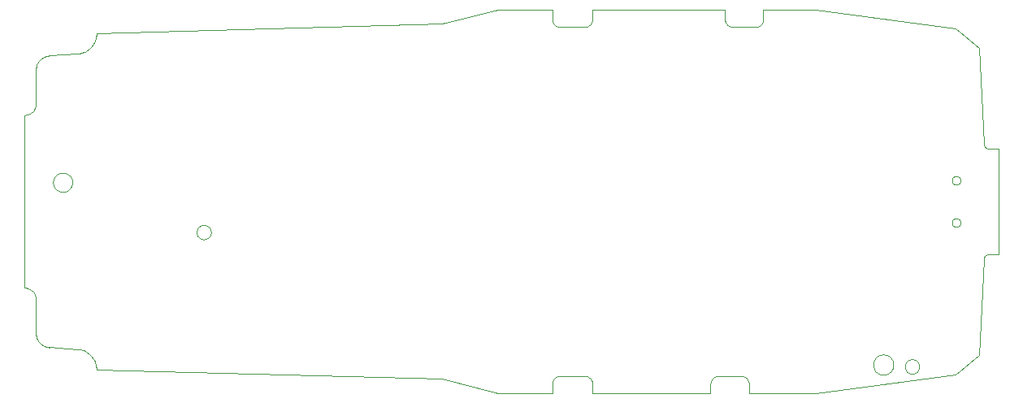
<source format=gbr>
G75*
G70*
%OFA0B0*%
%FSLAX24Y24*%
%IPPOS*%
%LPD*%
%AMOC8*
5,1,8,0,0,1.08239X$1,22.5*
%
%ADD10C,0.0000*%
D10*
X003453Y001848D02*
X003452Y001903D01*
X003448Y001958D01*
X003440Y002013D01*
X003428Y002067D01*
X003413Y002120D01*
X003394Y002171D01*
X003371Y002222D01*
X003346Y002270D01*
X003316Y002317D01*
X003284Y002362D01*
X003249Y002404D01*
X003211Y002444D01*
X003170Y002481D01*
X003127Y002516D01*
X003082Y002547D01*
X003035Y002575D01*
X002985Y002600D01*
X002935Y002622D01*
X002883Y002640D01*
X002829Y002654D01*
X002775Y002665D01*
X002721Y002672D01*
X002666Y002675D01*
X002665Y002675D02*
X001524Y002754D01*
X001524Y002753D02*
X001477Y002758D01*
X001430Y002767D01*
X001385Y002780D01*
X001340Y002796D01*
X001297Y002815D01*
X001256Y002838D01*
X001216Y002864D01*
X001179Y002893D01*
X001144Y002925D01*
X001112Y002960D01*
X001083Y002997D01*
X001057Y003037D01*
X001034Y003078D01*
X001015Y003121D01*
X000999Y003166D01*
X000986Y003211D01*
X000977Y003258D01*
X000972Y003305D01*
X000972Y004722D01*
X000970Y004763D01*
X000965Y004804D01*
X000956Y004844D01*
X000944Y004883D01*
X000928Y004921D01*
X000909Y004958D01*
X000887Y004993D01*
X000862Y005025D01*
X000834Y005056D01*
X000803Y005084D01*
X000771Y005109D01*
X000736Y005131D01*
X000699Y005150D01*
X000661Y005166D01*
X000622Y005178D01*
X000582Y005187D01*
X000541Y005192D01*
X000500Y005194D01*
X000500Y005195D02*
X000500Y012281D01*
X000500Y012282D02*
X000541Y012284D01*
X000582Y012289D01*
X000622Y012298D01*
X000661Y012310D01*
X000699Y012326D01*
X000736Y012345D01*
X000771Y012367D01*
X000803Y012392D01*
X000834Y012420D01*
X000862Y012451D01*
X000887Y012483D01*
X000909Y012518D01*
X000928Y012555D01*
X000944Y012593D01*
X000956Y012632D01*
X000965Y012672D01*
X000970Y012713D01*
X000972Y012754D01*
X000972Y014171D01*
X000977Y014218D01*
X000986Y014265D01*
X000999Y014310D01*
X001015Y014355D01*
X001034Y014398D01*
X001057Y014439D01*
X001083Y014479D01*
X001112Y014516D01*
X001144Y014551D01*
X001179Y014583D01*
X001216Y014612D01*
X001256Y014638D01*
X001297Y014661D01*
X001340Y014680D01*
X001385Y014696D01*
X001430Y014709D01*
X001477Y014718D01*
X001524Y014723D01*
X001524Y014722D02*
X002665Y014801D01*
X002666Y014801D02*
X002721Y014804D01*
X002775Y014811D01*
X002829Y014822D01*
X002883Y014836D01*
X002935Y014854D01*
X002985Y014876D01*
X003035Y014901D01*
X003082Y014929D01*
X003127Y014960D01*
X003170Y014995D01*
X003211Y015032D01*
X003249Y015072D01*
X003284Y015114D01*
X003316Y015159D01*
X003346Y015206D01*
X003371Y015254D01*
X003394Y015305D01*
X003413Y015356D01*
X003428Y015409D01*
X003440Y015463D01*
X003448Y015518D01*
X003452Y015573D01*
X003453Y015628D01*
X017626Y016021D01*
X019949Y016612D01*
X022154Y016612D01*
X022154Y016218D01*
X022156Y016185D01*
X022161Y016153D01*
X022169Y016121D01*
X022181Y016090D01*
X022196Y016061D01*
X022214Y016033D01*
X022235Y016007D01*
X022258Y015984D01*
X022284Y015963D01*
X022312Y015945D01*
X022341Y015930D01*
X022372Y015918D01*
X022404Y015910D01*
X022436Y015905D01*
X022469Y015903D01*
X023492Y015903D01*
X023525Y015905D01*
X023557Y015910D01*
X023589Y015918D01*
X023620Y015930D01*
X023650Y015945D01*
X023677Y015963D01*
X023703Y015984D01*
X023726Y016007D01*
X023747Y016033D01*
X023765Y016061D01*
X023780Y016090D01*
X023792Y016121D01*
X023800Y016153D01*
X023805Y016185D01*
X023807Y016218D01*
X023807Y016612D01*
X029240Y016612D01*
X029240Y016218D01*
X029242Y016185D01*
X029247Y016153D01*
X029255Y016121D01*
X029267Y016090D01*
X029282Y016061D01*
X029300Y016033D01*
X029321Y016007D01*
X029344Y015984D01*
X029370Y015963D01*
X029398Y015945D01*
X029427Y015930D01*
X029458Y015918D01*
X029490Y015910D01*
X029522Y015905D01*
X029555Y015903D01*
X030500Y015903D01*
X030533Y015905D01*
X030565Y015910D01*
X030597Y015918D01*
X030628Y015930D01*
X030658Y015945D01*
X030685Y015963D01*
X030711Y015984D01*
X030734Y016007D01*
X030755Y016033D01*
X030773Y016061D01*
X030788Y016090D01*
X030800Y016121D01*
X030808Y016153D01*
X030813Y016185D01*
X030815Y016218D01*
X030815Y016612D01*
X032980Y016612D01*
X038689Y015825D01*
X039673Y015037D01*
X039870Y011100D01*
X039870Y011101D02*
X039869Y011074D01*
X039872Y011048D01*
X039879Y011022D01*
X039890Y010998D01*
X039904Y010975D01*
X039921Y010955D01*
X039941Y010938D01*
X039964Y010924D01*
X039988Y010913D01*
X040014Y010906D01*
X040040Y010903D01*
X040067Y010904D01*
X040067Y010903D02*
X040461Y010903D01*
X040461Y006573D01*
X040067Y006573D01*
X040067Y006572D02*
X040040Y006573D01*
X040014Y006570D01*
X039988Y006563D01*
X039964Y006552D01*
X039941Y006538D01*
X039921Y006521D01*
X039904Y006501D01*
X039890Y006478D01*
X039879Y006454D01*
X039872Y006428D01*
X039869Y006402D01*
X039870Y006375D01*
X039870Y006376D02*
X039673Y002439D01*
X038689Y001651D01*
X032980Y000864D01*
X030224Y000864D01*
X030224Y001258D01*
X030222Y001291D01*
X030217Y001323D01*
X030209Y001355D01*
X030197Y001386D01*
X030182Y001416D01*
X030164Y001443D01*
X030143Y001469D01*
X030120Y001492D01*
X030094Y001513D01*
X030067Y001531D01*
X030037Y001546D01*
X030006Y001558D01*
X029974Y001566D01*
X029942Y001571D01*
X029909Y001573D01*
X028965Y001573D01*
X028932Y001571D01*
X028900Y001566D01*
X028868Y001558D01*
X028837Y001546D01*
X028808Y001531D01*
X028780Y001513D01*
X028754Y001492D01*
X028731Y001469D01*
X028710Y001443D01*
X028692Y001415D01*
X028677Y001386D01*
X028665Y001355D01*
X028657Y001323D01*
X028652Y001291D01*
X028650Y001258D01*
X028650Y000864D01*
X023807Y000864D01*
X023807Y001258D01*
X023805Y001291D01*
X023800Y001323D01*
X023792Y001355D01*
X023780Y001386D01*
X023765Y001416D01*
X023747Y001443D01*
X023726Y001469D01*
X023703Y001492D01*
X023677Y001513D01*
X023650Y001531D01*
X023620Y001546D01*
X023589Y001558D01*
X023557Y001566D01*
X023525Y001571D01*
X023492Y001573D01*
X022469Y001573D01*
X022436Y001571D01*
X022404Y001566D01*
X022372Y001558D01*
X022341Y001546D01*
X022312Y001531D01*
X022284Y001513D01*
X022258Y001492D01*
X022235Y001469D01*
X022214Y001443D01*
X022196Y001415D01*
X022181Y001386D01*
X022169Y001355D01*
X022161Y001323D01*
X022156Y001291D01*
X022154Y001258D01*
X022154Y000864D01*
X019949Y000864D01*
X017626Y001455D01*
X003453Y001848D01*
X007567Y007478D02*
X007569Y007512D01*
X007575Y007546D01*
X007585Y007579D01*
X007598Y007610D01*
X007616Y007640D01*
X007636Y007668D01*
X007660Y007693D01*
X007686Y007715D01*
X007714Y007733D01*
X007745Y007749D01*
X007777Y007761D01*
X007811Y007769D01*
X007845Y007773D01*
X007879Y007773D01*
X007913Y007769D01*
X007947Y007761D01*
X007979Y007749D01*
X008009Y007733D01*
X008038Y007715D01*
X008064Y007693D01*
X008088Y007668D01*
X008108Y007640D01*
X008126Y007610D01*
X008139Y007579D01*
X008149Y007546D01*
X008155Y007512D01*
X008157Y007478D01*
X008155Y007444D01*
X008149Y007410D01*
X008139Y007377D01*
X008126Y007346D01*
X008108Y007316D01*
X008088Y007288D01*
X008064Y007263D01*
X008038Y007241D01*
X008010Y007223D01*
X007979Y007207D01*
X007947Y007195D01*
X007913Y007187D01*
X007879Y007183D01*
X007845Y007183D01*
X007811Y007187D01*
X007777Y007195D01*
X007745Y007207D01*
X007714Y007223D01*
X007686Y007241D01*
X007660Y007263D01*
X007636Y007288D01*
X007616Y007316D01*
X007598Y007346D01*
X007585Y007377D01*
X007575Y007410D01*
X007569Y007444D01*
X007567Y007478D01*
X001681Y009525D02*
X001683Y009564D01*
X001689Y009603D01*
X001699Y009641D01*
X001712Y009678D01*
X001729Y009713D01*
X001749Y009747D01*
X001773Y009778D01*
X001800Y009807D01*
X001829Y009833D01*
X001861Y009856D01*
X001895Y009876D01*
X001931Y009892D01*
X001968Y009904D01*
X002007Y009913D01*
X002046Y009918D01*
X002085Y009919D01*
X002124Y009916D01*
X002163Y009909D01*
X002200Y009898D01*
X002237Y009884D01*
X002272Y009866D01*
X002305Y009845D01*
X002336Y009820D01*
X002364Y009793D01*
X002389Y009763D01*
X002411Y009730D01*
X002430Y009696D01*
X002445Y009660D01*
X002457Y009622D01*
X002465Y009584D01*
X002469Y009545D01*
X002469Y009505D01*
X002465Y009466D01*
X002457Y009428D01*
X002445Y009390D01*
X002430Y009354D01*
X002411Y009320D01*
X002389Y009287D01*
X002364Y009257D01*
X002336Y009230D01*
X002305Y009205D01*
X002272Y009184D01*
X002237Y009166D01*
X002200Y009152D01*
X002163Y009141D01*
X002124Y009134D01*
X002085Y009131D01*
X002046Y009132D01*
X002007Y009137D01*
X001968Y009146D01*
X001931Y009158D01*
X001895Y009174D01*
X001861Y009194D01*
X001829Y009217D01*
X001800Y009243D01*
X001773Y009272D01*
X001749Y009303D01*
X001729Y009337D01*
X001712Y009372D01*
X001699Y009409D01*
X001689Y009447D01*
X001683Y009486D01*
X001681Y009525D01*
X035323Y002045D02*
X035325Y002085D01*
X035331Y002126D01*
X035341Y002165D01*
X035354Y002203D01*
X035372Y002240D01*
X035393Y002274D01*
X035417Y002307D01*
X035444Y002337D01*
X035474Y002364D01*
X035507Y002388D01*
X035541Y002409D01*
X035578Y002427D01*
X035616Y002440D01*
X035655Y002450D01*
X035696Y002456D01*
X035736Y002458D01*
X035776Y002456D01*
X035817Y002450D01*
X035856Y002440D01*
X035894Y002427D01*
X035931Y002409D01*
X035965Y002388D01*
X035998Y002364D01*
X036028Y002337D01*
X036055Y002307D01*
X036079Y002274D01*
X036100Y002240D01*
X036118Y002203D01*
X036131Y002165D01*
X036141Y002126D01*
X036147Y002085D01*
X036149Y002045D01*
X036147Y002005D01*
X036141Y001964D01*
X036131Y001925D01*
X036118Y001887D01*
X036100Y001850D01*
X036079Y001816D01*
X036055Y001783D01*
X036028Y001753D01*
X035998Y001726D01*
X035965Y001702D01*
X035931Y001681D01*
X035894Y001663D01*
X035856Y001650D01*
X035817Y001640D01*
X035776Y001634D01*
X035736Y001632D01*
X035696Y001634D01*
X035655Y001640D01*
X035616Y001650D01*
X035578Y001663D01*
X035541Y001681D01*
X035507Y001702D01*
X035474Y001726D01*
X035444Y001753D01*
X035417Y001783D01*
X035393Y001816D01*
X035372Y001850D01*
X035354Y001887D01*
X035341Y001925D01*
X035331Y001964D01*
X035325Y002005D01*
X035323Y002045D01*
X036622Y001966D02*
X036624Y002000D01*
X036630Y002034D01*
X036640Y002067D01*
X036653Y002098D01*
X036671Y002128D01*
X036691Y002156D01*
X036715Y002181D01*
X036741Y002203D01*
X036769Y002221D01*
X036800Y002237D01*
X036832Y002249D01*
X036866Y002257D01*
X036900Y002261D01*
X036934Y002261D01*
X036968Y002257D01*
X037002Y002249D01*
X037034Y002237D01*
X037064Y002221D01*
X037093Y002203D01*
X037119Y002181D01*
X037143Y002156D01*
X037163Y002128D01*
X037181Y002098D01*
X037194Y002067D01*
X037204Y002034D01*
X037210Y002000D01*
X037212Y001966D01*
X037210Y001932D01*
X037204Y001898D01*
X037194Y001865D01*
X037181Y001834D01*
X037163Y001804D01*
X037143Y001776D01*
X037119Y001751D01*
X037093Y001729D01*
X037065Y001711D01*
X037034Y001695D01*
X037002Y001683D01*
X036968Y001675D01*
X036934Y001671D01*
X036900Y001671D01*
X036866Y001675D01*
X036832Y001683D01*
X036800Y001695D01*
X036769Y001711D01*
X036741Y001729D01*
X036715Y001751D01*
X036691Y001776D01*
X036671Y001804D01*
X036653Y001834D01*
X036640Y001865D01*
X036630Y001898D01*
X036624Y001932D01*
X036622Y001966D01*
X038551Y007872D02*
X038553Y007898D01*
X038559Y007924D01*
X038569Y007949D01*
X038582Y007972D01*
X038598Y007992D01*
X038618Y008010D01*
X038640Y008025D01*
X038663Y008037D01*
X038689Y008045D01*
X038715Y008049D01*
X038741Y008049D01*
X038767Y008045D01*
X038793Y008037D01*
X038817Y008025D01*
X038838Y008010D01*
X038858Y007992D01*
X038874Y007972D01*
X038887Y007949D01*
X038897Y007924D01*
X038903Y007898D01*
X038905Y007872D01*
X038903Y007846D01*
X038897Y007820D01*
X038887Y007795D01*
X038874Y007772D01*
X038858Y007752D01*
X038838Y007734D01*
X038816Y007719D01*
X038793Y007707D01*
X038767Y007699D01*
X038741Y007695D01*
X038715Y007695D01*
X038689Y007699D01*
X038663Y007707D01*
X038639Y007719D01*
X038618Y007734D01*
X038598Y007752D01*
X038582Y007772D01*
X038569Y007795D01*
X038559Y007820D01*
X038553Y007846D01*
X038551Y007872D01*
X038551Y009604D02*
X038553Y009630D01*
X038559Y009656D01*
X038569Y009681D01*
X038582Y009704D01*
X038598Y009724D01*
X038618Y009742D01*
X038640Y009757D01*
X038663Y009769D01*
X038689Y009777D01*
X038715Y009781D01*
X038741Y009781D01*
X038767Y009777D01*
X038793Y009769D01*
X038817Y009757D01*
X038838Y009742D01*
X038858Y009724D01*
X038874Y009704D01*
X038887Y009681D01*
X038897Y009656D01*
X038903Y009630D01*
X038905Y009604D01*
X038903Y009578D01*
X038897Y009552D01*
X038887Y009527D01*
X038874Y009504D01*
X038858Y009484D01*
X038838Y009466D01*
X038816Y009451D01*
X038793Y009439D01*
X038767Y009431D01*
X038741Y009427D01*
X038715Y009427D01*
X038689Y009431D01*
X038663Y009439D01*
X038639Y009451D01*
X038618Y009466D01*
X038598Y009484D01*
X038582Y009504D01*
X038569Y009527D01*
X038559Y009552D01*
X038553Y009578D01*
X038551Y009604D01*
M02*

</source>
